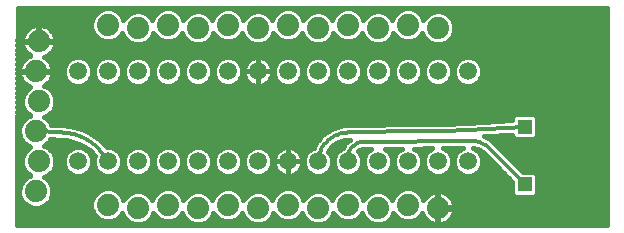
<source format=gbl>
G75*
G70*
%OFA0B0*%
%FSLAX24Y24*%
%IPPOS*%
%LPD*%
%AMOC8*
5,1,8,0,0,1.08239X$1,22.5*
%
%ADD10C,0.0591*%
%ADD11R,0.0476X0.0476*%
%ADD12C,0.0740*%
%ADD13C,0.0120*%
%ADD14C,0.0160*%
%ADD15C,0.0396*%
D10*
X004387Y005485D03*
X005387Y005485D03*
X006387Y005485D03*
X007387Y005485D03*
X008387Y005485D03*
X009387Y005485D03*
X010387Y005485D03*
X011387Y005485D03*
X012387Y005485D03*
X013387Y005485D03*
X014387Y005485D03*
X015387Y005485D03*
X016387Y005485D03*
X017387Y005485D03*
X017387Y008485D03*
X016387Y008485D03*
X015387Y008485D03*
X014387Y008485D03*
X013387Y008485D03*
X012387Y008485D03*
X011387Y008485D03*
X010387Y008485D03*
X009387Y008485D03*
X008387Y008485D03*
X007387Y008485D03*
X006387Y008485D03*
X005387Y008485D03*
X004387Y008485D03*
D11*
X019287Y006646D03*
X019287Y004724D03*
D12*
X016387Y003935D03*
X015387Y004035D03*
X014387Y003935D03*
X013387Y004035D03*
X012387Y003935D03*
X011387Y004035D03*
X010387Y003935D03*
X009387Y004035D03*
X008387Y003935D03*
X007387Y004035D03*
X006387Y003935D03*
X005387Y004035D03*
X002987Y004485D03*
X003087Y005485D03*
X002987Y006485D03*
X003087Y007485D03*
X002987Y008485D03*
X003087Y009485D03*
X005387Y010035D03*
X006387Y009935D03*
X007387Y010035D03*
X008387Y009935D03*
X009387Y010035D03*
X010387Y009935D03*
X011387Y010035D03*
X012387Y009935D03*
X013387Y010035D03*
X014387Y009935D03*
X015387Y010035D03*
X016387Y009935D03*
D13*
X017345Y006531D02*
X019287Y006646D01*
X018132Y005901D02*
X019287Y004724D01*
X018132Y005901D02*
X018088Y005943D01*
X018042Y005981D01*
X017993Y006017D01*
X017942Y006049D01*
X017889Y006078D01*
X017835Y006104D01*
X017779Y006126D01*
X017721Y006144D01*
X017663Y006158D01*
X017603Y006169D01*
X017543Y006175D01*
X017483Y006178D01*
X017423Y006177D01*
X013919Y006138D01*
X013408Y006453D02*
X015888Y006492D01*
X013920Y006137D02*
X013874Y006135D01*
X013829Y006128D01*
X013784Y006118D01*
X013741Y006105D01*
X013698Y006088D01*
X013658Y006067D01*
X013619Y006043D01*
X013582Y006016D01*
X013548Y005986D01*
X013516Y005953D01*
X013487Y005917D01*
X013461Y005880D01*
X013439Y005840D01*
X013420Y005798D01*
X013404Y005756D01*
X013392Y005712D01*
X013384Y005667D01*
X013379Y005621D01*
X013378Y005576D01*
X013381Y005530D01*
X013388Y005485D01*
X013408Y006452D02*
X013346Y006449D01*
X013284Y006443D01*
X013224Y006432D01*
X013163Y006419D01*
X013104Y006402D01*
X013046Y006381D01*
X012989Y006357D01*
X012934Y006329D01*
X012880Y006298D01*
X012829Y006264D01*
X012779Y006228D01*
X012732Y006188D01*
X012687Y006145D01*
X012645Y006100D01*
X012605Y006053D01*
X012569Y006003D01*
X012535Y005951D01*
X012505Y005897D01*
X012478Y005842D01*
X012454Y005785D01*
X012433Y005727D01*
X012417Y005667D01*
X012403Y005607D01*
X012394Y005546D01*
X012387Y005485D01*
X003841Y006453D02*
X002987Y006485D01*
X003841Y006453D02*
X003928Y006447D01*
X004014Y006438D01*
X004100Y006424D01*
X004185Y006407D01*
X004269Y006385D01*
X004352Y006360D01*
X004433Y006330D01*
X004514Y006297D01*
X004592Y006260D01*
X004669Y006219D01*
X004743Y006175D01*
X004816Y006127D01*
X004886Y006076D01*
X004953Y006022D01*
X005018Y005964D01*
X005081Y005904D01*
X005140Y005840D01*
X005196Y005774D01*
X005249Y005705D01*
X005298Y005634D01*
X005345Y005561D01*
X005387Y005485D01*
X015888Y006491D02*
X016616Y006499D01*
X017344Y006531D01*
D14*
X002367Y003365D02*
X002377Y010605D01*
X022009Y010605D01*
X022009Y003365D01*
X002367Y003365D01*
X002367Y003502D02*
X005236Y003502D01*
X005278Y003485D02*
X005496Y003485D01*
X005699Y003569D01*
X005853Y003723D01*
X005866Y003755D01*
X005921Y003623D01*
X006076Y003469D01*
X006278Y003385D01*
X006496Y003385D01*
X006699Y003469D01*
X006853Y003623D01*
X006908Y003755D01*
X006921Y003723D01*
X007076Y003569D01*
X007278Y003485D01*
X007496Y003485D01*
X007699Y003569D01*
X007853Y003723D01*
X007866Y003755D01*
X007921Y003623D01*
X008076Y003469D01*
X008278Y003385D01*
X008496Y003385D01*
X008699Y003469D01*
X008853Y003623D01*
X008908Y003755D01*
X008921Y003723D01*
X009076Y003569D01*
X009278Y003485D01*
X009496Y003485D01*
X009699Y003569D01*
X009853Y003723D01*
X009866Y003755D01*
X009921Y003623D01*
X010076Y003469D01*
X010278Y003385D01*
X010496Y003385D01*
X010699Y003469D01*
X010853Y003623D01*
X010908Y003755D01*
X010921Y003723D01*
X011076Y003569D01*
X011278Y003485D01*
X011496Y003485D01*
X011699Y003569D01*
X011853Y003723D01*
X011866Y003755D01*
X011921Y003623D01*
X012076Y003469D01*
X012278Y003385D01*
X012496Y003385D01*
X012699Y003469D01*
X012853Y003623D01*
X012908Y003755D01*
X012921Y003723D01*
X013076Y003569D01*
X013278Y003485D01*
X013496Y003485D01*
X013699Y003569D01*
X013853Y003723D01*
X013866Y003755D01*
X013921Y003623D01*
X014076Y003469D01*
X014278Y003385D01*
X014496Y003385D01*
X014699Y003469D01*
X014853Y003623D01*
X014908Y003755D01*
X014921Y003723D01*
X015076Y003569D01*
X015278Y003485D01*
X015496Y003485D01*
X015699Y003569D01*
X015853Y003723D01*
X015866Y003755D01*
X015921Y003623D01*
X016076Y003469D01*
X016278Y003385D01*
X016367Y003385D01*
X016367Y003915D01*
X016407Y003915D01*
X016407Y003955D01*
X016367Y003955D01*
X016367Y004485D01*
X016278Y004485D01*
X016076Y004401D01*
X015921Y004246D01*
X015908Y004215D01*
X015853Y004346D01*
X015699Y004501D01*
X015496Y004585D01*
X015278Y004585D01*
X015076Y004501D01*
X014921Y004346D01*
X014866Y004215D01*
X014853Y004246D01*
X014699Y004401D01*
X014496Y004485D01*
X014278Y004485D01*
X014076Y004401D01*
X013921Y004246D01*
X013908Y004215D01*
X013853Y004346D01*
X013699Y004501D01*
X013496Y004585D01*
X013278Y004585D01*
X013076Y004501D01*
X012921Y004346D01*
X012866Y004215D01*
X012853Y004246D01*
X012699Y004401D01*
X012496Y004485D01*
X012278Y004485D01*
X012076Y004401D01*
X011921Y004246D01*
X011908Y004215D01*
X011853Y004346D01*
X011699Y004501D01*
X011496Y004585D01*
X011278Y004585D01*
X011076Y004501D01*
X010921Y004346D01*
X010866Y004215D01*
X010853Y004246D01*
X010699Y004401D01*
X010496Y004485D01*
X010278Y004485D01*
X010076Y004401D01*
X009921Y004246D01*
X009908Y004215D01*
X009853Y004346D01*
X009699Y004501D01*
X009496Y004585D01*
X009278Y004585D01*
X009076Y004501D01*
X008921Y004346D01*
X008866Y004215D01*
X008853Y004246D01*
X008699Y004401D01*
X008496Y004485D01*
X008278Y004485D01*
X008076Y004401D01*
X007921Y004246D01*
X007908Y004215D01*
X007853Y004346D01*
X007699Y004501D01*
X007496Y004585D01*
X007278Y004585D01*
X007076Y004501D01*
X006921Y004346D01*
X006866Y004215D01*
X006853Y004246D01*
X006699Y004401D01*
X006496Y004485D01*
X006278Y004485D01*
X006076Y004401D01*
X005921Y004246D01*
X005908Y004215D01*
X005853Y004346D01*
X005699Y004501D01*
X005496Y004585D01*
X005278Y004585D01*
X005076Y004501D01*
X004921Y004346D01*
X004837Y004144D01*
X004837Y003925D01*
X004921Y003723D01*
X005076Y003569D01*
X005278Y003485D01*
X005538Y003502D02*
X006042Y003502D01*
X005905Y003661D02*
X005791Y003661D01*
X004984Y003661D02*
X002368Y003661D01*
X002368Y003819D02*
X004881Y003819D01*
X004837Y003978D02*
X003200Y003978D01*
X003299Y004019D02*
X003096Y003935D01*
X002878Y003935D01*
X002676Y004019D01*
X002521Y004173D01*
X002437Y004375D01*
X002437Y004594D01*
X002521Y004796D01*
X002676Y004951D01*
X002807Y005006D01*
X002776Y005019D01*
X002621Y005173D01*
X002537Y005375D01*
X002537Y005594D01*
X002621Y005796D01*
X002776Y005951D01*
X002807Y005964D01*
X002676Y006019D01*
X002521Y006173D01*
X002437Y006375D01*
X002437Y006594D01*
X002521Y006796D01*
X002676Y006951D01*
X002807Y007006D01*
X002776Y007019D01*
X002621Y007173D01*
X002537Y007375D01*
X002537Y007594D01*
X002621Y007796D01*
X002776Y007951D01*
X002807Y007964D01*
X002676Y008019D01*
X002521Y008173D01*
X002437Y008375D01*
X002437Y008465D01*
X002967Y008465D01*
X002967Y008505D01*
X002437Y008505D01*
X002437Y008594D01*
X002521Y008796D01*
X002676Y008951D01*
X002807Y009006D01*
X002776Y009019D01*
X002621Y009173D01*
X002537Y009375D01*
X002537Y009465D01*
X003067Y009465D01*
X003067Y009505D01*
X003067Y010035D01*
X002978Y010035D01*
X002776Y009951D01*
X002621Y009796D01*
X002537Y009594D01*
X002537Y009505D01*
X003067Y009505D01*
X003107Y009505D01*
X003107Y010035D01*
X003196Y010035D01*
X003399Y009951D01*
X003553Y009796D01*
X003637Y009594D01*
X003637Y009505D01*
X003107Y009505D01*
X003107Y009465D01*
X003637Y009465D01*
X003637Y009375D01*
X003553Y009173D01*
X003399Y009019D01*
X003267Y008964D01*
X003299Y008951D01*
X003453Y008796D01*
X003537Y008594D01*
X003537Y008505D01*
X003007Y008505D01*
X003007Y008465D01*
X003537Y008465D01*
X003537Y008375D01*
X003453Y008173D01*
X003299Y008019D01*
X003267Y008006D01*
X003399Y007951D01*
X003553Y007796D01*
X003637Y007594D01*
X003637Y007375D01*
X003553Y007173D01*
X003399Y007019D01*
X003267Y006964D01*
X003299Y006951D01*
X003453Y006796D01*
X003491Y006706D01*
X003835Y006693D01*
X003850Y006692D01*
X004121Y006682D01*
X004121Y006682D01*
X004640Y006522D01*
X004640Y006522D01*
X005100Y006234D01*
X005100Y006234D01*
X005100Y006234D01*
X005356Y005960D01*
X005482Y005960D01*
X005656Y005888D01*
X005790Y005754D01*
X005862Y005579D01*
X005862Y005390D01*
X005790Y005216D01*
X005656Y005082D01*
X005482Y005010D01*
X005293Y005010D01*
X005118Y005082D01*
X004984Y005216D01*
X004912Y005390D01*
X004912Y005579D01*
X004950Y005672D01*
X004784Y005850D01*
X004433Y006070D01*
X004038Y006191D01*
X003832Y006213D01*
X003784Y006215D01*
X003784Y006215D01*
X003475Y006226D01*
X003453Y006173D01*
X003299Y006019D01*
X003267Y006006D01*
X003399Y005951D01*
X003553Y005796D01*
X003637Y005594D01*
X003637Y005375D01*
X003553Y005173D01*
X003399Y005019D01*
X003267Y004964D01*
X003299Y004951D01*
X003453Y004796D01*
X003537Y004594D01*
X003537Y004375D01*
X003453Y004173D01*
X003299Y004019D01*
X003416Y004136D02*
X004837Y004136D01*
X004899Y004295D02*
X003504Y004295D01*
X003537Y004453D02*
X005028Y004453D01*
X005746Y004453D02*
X006201Y004453D01*
X005969Y004295D02*
X005875Y004295D01*
X006573Y004453D02*
X007028Y004453D01*
X006899Y004295D02*
X006805Y004295D01*
X007746Y004453D02*
X008201Y004453D01*
X007969Y004295D02*
X007875Y004295D01*
X008573Y004453D02*
X009028Y004453D01*
X008899Y004295D02*
X008805Y004295D01*
X008869Y003661D02*
X008984Y003661D01*
X008732Y003502D02*
X009236Y003502D01*
X009538Y003502D02*
X010042Y003502D01*
X009905Y003661D02*
X009791Y003661D01*
X010732Y003502D02*
X011236Y003502D01*
X010984Y003661D02*
X010869Y003661D01*
X011538Y003502D02*
X012042Y003502D01*
X011905Y003661D02*
X011791Y003661D01*
X011875Y004295D02*
X011969Y004295D01*
X011746Y004453D02*
X012201Y004453D01*
X012573Y004453D02*
X013028Y004453D01*
X012899Y004295D02*
X012805Y004295D01*
X012869Y003661D02*
X012984Y003661D01*
X012732Y003502D02*
X013236Y003502D01*
X013538Y003502D02*
X014042Y003502D01*
X013905Y003661D02*
X013791Y003661D01*
X014732Y003502D02*
X015236Y003502D01*
X014984Y003661D02*
X014869Y003661D01*
X015538Y003502D02*
X016042Y003502D01*
X015905Y003661D02*
X015791Y003661D01*
X016367Y003661D02*
X016407Y003661D01*
X016407Y003819D02*
X016367Y003819D01*
X016407Y003915D02*
X016407Y003385D01*
X016496Y003385D01*
X016699Y003469D01*
X016853Y003623D01*
X016937Y003825D01*
X016937Y003915D01*
X016407Y003915D01*
X016407Y003955D02*
X016937Y003955D01*
X016937Y004044D01*
X016853Y004246D01*
X016699Y004401D01*
X016496Y004485D01*
X016407Y004485D01*
X016407Y003955D01*
X016407Y003978D02*
X016367Y003978D01*
X016367Y004136D02*
X016407Y004136D01*
X016407Y004295D02*
X016367Y004295D01*
X016367Y004453D02*
X016407Y004453D01*
X016573Y004453D02*
X018869Y004453D01*
X018869Y004412D02*
X018975Y004306D01*
X019599Y004306D01*
X019705Y004412D01*
X019705Y005037D01*
X019599Y005142D01*
X019213Y005142D01*
X018337Y006035D01*
X018337Y006035D01*
X018303Y006069D01*
X018288Y006085D01*
X018270Y006104D01*
X018187Y006188D01*
X017941Y006326D01*
X018869Y006381D01*
X018869Y006333D01*
X018975Y006228D01*
X019599Y006228D01*
X019705Y006333D01*
X019705Y006958D01*
X019599Y007063D01*
X018975Y007063D01*
X018869Y006958D01*
X018869Y006861D01*
X017378Y006774D01*
X017330Y006771D01*
X016610Y006740D01*
X015932Y006732D01*
X015932Y006733D01*
X015887Y006732D01*
X015841Y006732D01*
X015839Y006731D01*
X013452Y006693D01*
X013451Y006693D01*
X013404Y006693D01*
X013212Y006690D01*
X012848Y006572D01*
X012848Y006571D01*
X012534Y006352D01*
X012534Y006352D01*
X012298Y006050D01*
X012258Y005946D01*
X012118Y005888D01*
X011984Y005754D01*
X011912Y005579D01*
X011912Y005390D01*
X011984Y005216D01*
X012118Y005082D01*
X012293Y005010D01*
X012482Y005010D01*
X012656Y005082D01*
X012790Y005216D01*
X012862Y005390D01*
X012862Y005579D01*
X012790Y005754D01*
X012732Y005812D01*
X012874Y005993D01*
X013068Y006129D01*
X013293Y006202D01*
X013411Y006213D01*
X013421Y006213D01*
X013442Y006213D01*
X013305Y006095D01*
X013211Y005926D01*
X013118Y005888D01*
X012984Y005754D01*
X012912Y005579D01*
X012912Y005390D01*
X012984Y005216D01*
X013118Y005082D01*
X013293Y005010D01*
X013482Y005010D01*
X013656Y005082D01*
X013790Y005216D01*
X013862Y005390D01*
X013862Y005579D01*
X013790Y005754D01*
X013726Y005818D01*
X013768Y005854D01*
X013868Y005892D01*
X013922Y005898D01*
X013952Y005898D01*
X013970Y005898D01*
X014148Y005900D01*
X014118Y005888D01*
X013984Y005754D01*
X013912Y005579D01*
X013912Y005390D01*
X013984Y005216D01*
X014118Y005082D01*
X014293Y005010D01*
X014482Y005010D01*
X014656Y005082D01*
X014790Y005216D01*
X014862Y005390D01*
X014862Y005579D01*
X014790Y005754D01*
X014656Y005888D01*
X014614Y005905D01*
X015176Y005912D01*
X015118Y005888D01*
X014984Y005754D01*
X014912Y005579D01*
X014912Y005390D01*
X014984Y005216D01*
X015118Y005082D01*
X015293Y005010D01*
X015482Y005010D01*
X015656Y005082D01*
X015790Y005216D01*
X015862Y005390D01*
X015862Y005579D01*
X015790Y005754D01*
X015656Y005888D01*
X015587Y005916D01*
X016204Y005923D01*
X016118Y005888D01*
X015984Y005754D01*
X015912Y005579D01*
X015912Y005390D01*
X015984Y005216D01*
X016118Y005082D01*
X016293Y005010D01*
X016482Y005010D01*
X016656Y005082D01*
X016790Y005216D01*
X016862Y005390D01*
X016862Y005579D01*
X016790Y005754D01*
X016656Y005888D01*
X016561Y005927D01*
X017232Y005935D01*
X017118Y005888D01*
X016984Y005754D01*
X016912Y005579D01*
X016912Y005390D01*
X016984Y005216D01*
X017118Y005082D01*
X017293Y005010D01*
X017482Y005010D01*
X017656Y005082D01*
X017790Y005216D01*
X017862Y005390D01*
X017862Y005579D01*
X017790Y005754D01*
X017656Y005888D01*
X017551Y005931D01*
X017720Y005892D01*
X017888Y005797D01*
X017961Y005733D01*
X017983Y005710D01*
X018869Y004807D01*
X018869Y004412D01*
X018869Y004612D02*
X003530Y004612D01*
X003464Y004770D02*
X018869Y004770D01*
X018750Y004929D02*
X003321Y004929D01*
X003467Y005087D02*
X004112Y005087D01*
X004118Y005082D02*
X004293Y005010D01*
X004482Y005010D01*
X004656Y005082D01*
X004790Y005216D01*
X004862Y005390D01*
X004862Y005579D01*
X004790Y005754D01*
X004656Y005888D01*
X004482Y005960D01*
X004293Y005960D01*
X004118Y005888D01*
X003984Y005754D01*
X003912Y005579D01*
X003912Y005390D01*
X003984Y005216D01*
X004118Y005082D01*
X003972Y005246D02*
X003583Y005246D01*
X003637Y005404D02*
X003912Y005404D01*
X003912Y005563D02*
X003637Y005563D01*
X003584Y005722D02*
X003971Y005722D01*
X004110Y005880D02*
X003470Y005880D01*
X003319Y006039D02*
X004483Y006039D01*
X004664Y005880D02*
X004736Y005880D01*
X004803Y005722D02*
X004904Y005722D01*
X004912Y005563D02*
X004862Y005563D01*
X004862Y005404D02*
X004912Y005404D01*
X004972Y005246D02*
X004802Y005246D01*
X004662Y005087D02*
X005112Y005087D01*
X005662Y005087D02*
X006112Y005087D01*
X006118Y005082D02*
X006293Y005010D01*
X006482Y005010D01*
X006656Y005082D01*
X006790Y005216D01*
X006862Y005390D01*
X006862Y005579D01*
X006790Y005754D01*
X006656Y005888D01*
X006482Y005960D01*
X006293Y005960D01*
X006118Y005888D01*
X005984Y005754D01*
X005912Y005579D01*
X005912Y005390D01*
X005984Y005216D01*
X006118Y005082D01*
X005972Y005246D02*
X005802Y005246D01*
X005862Y005404D02*
X005912Y005404D01*
X005912Y005563D02*
X005862Y005563D01*
X005803Y005722D02*
X005971Y005722D01*
X006110Y005880D02*
X005664Y005880D01*
X005283Y006039D02*
X012294Y006039D01*
X012298Y006050D02*
X012298Y006050D01*
X012413Y006197D02*
X005135Y006197D01*
X004906Y006356D02*
X012539Y006356D01*
X012766Y006514D02*
X004653Y006514D01*
X004151Y006673D02*
X013161Y006673D01*
X013212Y006690D02*
X013212Y006690D01*
X013278Y006197D02*
X013423Y006197D01*
X013305Y006095D02*
X013305Y006095D01*
X013305Y006095D01*
X013274Y006039D02*
X012939Y006039D01*
X012785Y005880D02*
X013110Y005880D01*
X012971Y005722D02*
X012803Y005722D01*
X012862Y005563D02*
X012912Y005563D01*
X012912Y005404D02*
X012862Y005404D01*
X012802Y005246D02*
X012972Y005246D01*
X013112Y005087D02*
X012662Y005087D01*
X012112Y005087D02*
X011662Y005087D01*
X011656Y005082D02*
X011790Y005216D01*
X011862Y005390D01*
X011862Y005485D01*
X011862Y005579D01*
X011790Y005754D01*
X011656Y005888D01*
X011482Y005960D01*
X011387Y005960D01*
X011293Y005960D01*
X011118Y005888D01*
X010984Y005754D01*
X010912Y005579D01*
X010912Y005485D01*
X011387Y005485D01*
X011387Y005960D01*
X011387Y005485D01*
X011387Y005485D01*
X011387Y005485D01*
X010912Y005485D01*
X010912Y005390D01*
X010984Y005216D01*
X011118Y005082D01*
X011293Y005010D01*
X011387Y005010D01*
X011387Y005484D01*
X011387Y005484D01*
X011387Y005010D01*
X011482Y005010D01*
X011656Y005082D01*
X011802Y005246D02*
X011972Y005246D01*
X011912Y005404D02*
X011862Y005404D01*
X011862Y005485D02*
X011387Y005485D01*
X011862Y005485D01*
X011862Y005563D02*
X011912Y005563D01*
X011971Y005722D02*
X011803Y005722D01*
X011664Y005880D02*
X012110Y005880D01*
X011387Y005880D02*
X011387Y005880D01*
X011387Y005722D02*
X011387Y005722D01*
X011387Y005563D02*
X011387Y005563D01*
X011387Y005485D02*
X011387Y005485D01*
X011387Y005404D02*
X011387Y005404D01*
X011387Y005246D02*
X011387Y005246D01*
X011387Y005087D02*
X011387Y005087D01*
X011112Y005087D02*
X010662Y005087D01*
X010656Y005082D02*
X010790Y005216D01*
X010862Y005390D01*
X010862Y005579D01*
X010790Y005754D01*
X010656Y005888D01*
X010482Y005960D01*
X010293Y005960D01*
X010118Y005888D01*
X009984Y005754D01*
X009912Y005579D01*
X009912Y005390D01*
X009984Y005216D01*
X010118Y005082D01*
X010293Y005010D01*
X010482Y005010D01*
X010656Y005082D01*
X010802Y005246D02*
X010972Y005246D01*
X010912Y005404D02*
X010862Y005404D01*
X010862Y005563D02*
X010912Y005563D01*
X010971Y005722D02*
X010803Y005722D01*
X010664Y005880D02*
X011110Y005880D01*
X010110Y005880D02*
X009664Y005880D01*
X009656Y005888D02*
X009482Y005960D01*
X009293Y005960D01*
X009118Y005888D01*
X008984Y005754D01*
X008912Y005579D01*
X008912Y005390D01*
X008984Y005216D01*
X009118Y005082D01*
X009293Y005010D01*
X009482Y005010D01*
X009656Y005082D01*
X009790Y005216D01*
X009862Y005390D01*
X009862Y005579D01*
X009790Y005754D01*
X009656Y005888D01*
X009803Y005722D02*
X009971Y005722D01*
X009912Y005563D02*
X009862Y005563D01*
X009862Y005404D02*
X009912Y005404D01*
X009972Y005246D02*
X009802Y005246D01*
X009662Y005087D02*
X010112Y005087D01*
X010201Y004453D02*
X009746Y004453D01*
X009875Y004295D02*
X009969Y004295D01*
X010573Y004453D02*
X011028Y004453D01*
X010899Y004295D02*
X010805Y004295D01*
X009112Y005087D02*
X008662Y005087D01*
X008656Y005082D02*
X008790Y005216D01*
X008862Y005390D01*
X008862Y005579D01*
X008790Y005754D01*
X008656Y005888D01*
X008482Y005960D01*
X008293Y005960D01*
X008118Y005888D01*
X007984Y005754D01*
X007912Y005579D01*
X007912Y005390D01*
X007984Y005216D01*
X008118Y005082D01*
X008293Y005010D01*
X008482Y005010D01*
X008656Y005082D01*
X008802Y005246D02*
X008972Y005246D01*
X008912Y005404D02*
X008862Y005404D01*
X008862Y005563D02*
X008912Y005563D01*
X008971Y005722D02*
X008803Y005722D01*
X008664Y005880D02*
X009110Y005880D01*
X008110Y005880D02*
X007664Y005880D01*
X007656Y005888D02*
X007482Y005960D01*
X007293Y005960D01*
X007118Y005888D01*
X006984Y005754D01*
X006912Y005579D01*
X006912Y005390D01*
X006984Y005216D01*
X007118Y005082D01*
X007293Y005010D01*
X007482Y005010D01*
X007656Y005082D01*
X007790Y005216D01*
X007862Y005390D01*
X007862Y005579D01*
X007790Y005754D01*
X007656Y005888D01*
X007803Y005722D02*
X007971Y005722D01*
X007912Y005563D02*
X007862Y005563D01*
X007862Y005404D02*
X007912Y005404D01*
X007972Y005246D02*
X007802Y005246D01*
X007662Y005087D02*
X008112Y005087D01*
X007112Y005087D02*
X006662Y005087D01*
X006802Y005246D02*
X006972Y005246D01*
X006912Y005404D02*
X006862Y005404D01*
X006862Y005563D02*
X006912Y005563D01*
X006971Y005722D02*
X006803Y005722D01*
X006664Y005880D02*
X007110Y005880D01*
X003982Y006197D02*
X003463Y006197D01*
X002705Y005880D02*
X002371Y005880D01*
X002370Y005722D02*
X002590Y005722D01*
X002537Y005563D02*
X002370Y005563D01*
X002370Y005404D02*
X002537Y005404D01*
X002591Y005246D02*
X002370Y005246D01*
X002370Y005087D02*
X002707Y005087D01*
X002653Y004929D02*
X002369Y004929D01*
X002369Y004770D02*
X002510Y004770D01*
X002444Y004612D02*
X002369Y004612D01*
X002369Y004453D02*
X002437Y004453D01*
X002471Y004295D02*
X002368Y004295D01*
X002368Y004136D02*
X002558Y004136D01*
X002368Y003978D02*
X002775Y003978D01*
X002655Y006039D02*
X002371Y006039D01*
X002371Y006197D02*
X002511Y006197D01*
X002445Y006356D02*
X002371Y006356D01*
X002371Y006514D02*
X002437Y006514D01*
X002470Y006673D02*
X002372Y006673D01*
X002372Y006831D02*
X002556Y006831D01*
X002372Y006990D02*
X002769Y006990D01*
X002646Y007148D02*
X002372Y007148D01*
X002372Y007307D02*
X002565Y007307D01*
X002537Y007466D02*
X002373Y007466D01*
X002373Y007624D02*
X002549Y007624D01*
X002615Y007783D02*
X002373Y007783D01*
X002373Y007941D02*
X002766Y007941D01*
X002594Y008100D02*
X002373Y008100D01*
X002374Y008258D02*
X002486Y008258D01*
X002437Y008417D02*
X002374Y008417D01*
X002374Y008575D02*
X002437Y008575D01*
X002495Y008734D02*
X002374Y008734D01*
X002374Y008892D02*
X002617Y008892D01*
X002743Y009051D02*
X002375Y009051D01*
X002375Y009210D02*
X002606Y009210D01*
X002540Y009368D02*
X002375Y009368D01*
X002375Y009527D02*
X002537Y009527D01*
X002575Y009685D02*
X002376Y009685D01*
X002376Y009844D02*
X002668Y009844D01*
X002899Y010002D02*
X002376Y010002D01*
X002376Y010161D02*
X004844Y010161D01*
X004837Y010144D02*
X004837Y009925D01*
X004921Y009723D01*
X005076Y009569D01*
X005278Y009485D01*
X005496Y009485D01*
X005699Y009569D01*
X005853Y009723D01*
X005866Y009755D01*
X005921Y009623D01*
X006076Y009469D01*
X006278Y009385D01*
X006496Y009385D01*
X006699Y009469D01*
X006853Y009623D01*
X006908Y009755D01*
X006921Y009723D01*
X007076Y009569D01*
X007278Y009485D01*
X007496Y009485D01*
X007699Y009569D01*
X007853Y009723D01*
X007866Y009755D01*
X007921Y009623D01*
X008076Y009469D01*
X008278Y009385D01*
X008496Y009385D01*
X008699Y009469D01*
X008853Y009623D01*
X008908Y009755D01*
X008921Y009723D01*
X009076Y009569D01*
X009278Y009485D01*
X009496Y009485D01*
X009699Y009569D01*
X009853Y009723D01*
X009866Y009755D01*
X009921Y009623D01*
X010076Y009469D01*
X010278Y009385D01*
X010496Y009385D01*
X010699Y009469D01*
X010853Y009623D01*
X010908Y009755D01*
X010921Y009723D01*
X011076Y009569D01*
X011278Y009485D01*
X011496Y009485D01*
X011699Y009569D01*
X011853Y009723D01*
X011866Y009755D01*
X011921Y009623D01*
X012076Y009469D01*
X012278Y009385D01*
X012496Y009385D01*
X012699Y009469D01*
X012853Y009623D01*
X012908Y009755D01*
X012921Y009723D01*
X013076Y009569D01*
X013278Y009485D01*
X013496Y009485D01*
X013699Y009569D01*
X013853Y009723D01*
X013866Y009755D01*
X013921Y009623D01*
X014076Y009469D01*
X014278Y009385D01*
X014496Y009385D01*
X014699Y009469D01*
X014853Y009623D01*
X014908Y009755D01*
X014921Y009723D01*
X015076Y009569D01*
X015278Y009485D01*
X015496Y009485D01*
X015699Y009569D01*
X015853Y009723D01*
X015866Y009755D01*
X015921Y009623D01*
X016076Y009469D01*
X016278Y009385D01*
X016496Y009385D01*
X016699Y009469D01*
X016853Y009623D01*
X016937Y009825D01*
X016937Y010044D01*
X016853Y010246D01*
X016699Y010401D01*
X016496Y010485D01*
X016278Y010485D01*
X016076Y010401D01*
X015921Y010246D01*
X015908Y010215D01*
X015853Y010346D01*
X015699Y010501D01*
X015496Y010585D01*
X015278Y010585D01*
X015076Y010501D01*
X014921Y010346D01*
X014866Y010215D01*
X014853Y010246D01*
X014699Y010401D01*
X014496Y010485D01*
X014278Y010485D01*
X014076Y010401D01*
X013921Y010246D01*
X013908Y010215D01*
X013853Y010346D01*
X013699Y010501D01*
X013496Y010585D01*
X013278Y010585D01*
X013076Y010501D01*
X012921Y010346D01*
X012866Y010215D01*
X012853Y010246D01*
X012699Y010401D01*
X012496Y010485D01*
X012278Y010485D01*
X012076Y010401D01*
X011921Y010246D01*
X011908Y010215D01*
X011853Y010346D01*
X011699Y010501D01*
X011496Y010585D01*
X011278Y010585D01*
X011076Y010501D01*
X010921Y010346D01*
X010866Y010215D01*
X010853Y010246D01*
X010699Y010401D01*
X010496Y010485D01*
X010278Y010485D01*
X010076Y010401D01*
X009921Y010246D01*
X009908Y010215D01*
X009853Y010346D01*
X009699Y010501D01*
X009496Y010585D01*
X009278Y010585D01*
X009076Y010501D01*
X008921Y010346D01*
X008866Y010215D01*
X008853Y010246D01*
X008699Y010401D01*
X008496Y010485D01*
X008278Y010485D01*
X008076Y010401D01*
X007921Y010246D01*
X007908Y010215D01*
X007853Y010346D01*
X007699Y010501D01*
X007496Y010585D01*
X007278Y010585D01*
X007076Y010501D01*
X006921Y010346D01*
X006866Y010215D01*
X006853Y010246D01*
X006699Y010401D01*
X006496Y010485D01*
X006278Y010485D01*
X006076Y010401D01*
X005921Y010246D01*
X005908Y010215D01*
X005853Y010346D01*
X005699Y010501D01*
X005496Y010585D01*
X005278Y010585D01*
X005076Y010501D01*
X004921Y010346D01*
X004837Y010144D01*
X004837Y010002D02*
X003275Y010002D01*
X003107Y010002D02*
X003067Y010002D01*
X003067Y009844D02*
X003107Y009844D01*
X003107Y009685D02*
X003067Y009685D01*
X003067Y009527D02*
X003107Y009527D01*
X003506Y009844D02*
X004871Y009844D01*
X004959Y009685D02*
X003599Y009685D01*
X003637Y009527D02*
X005177Y009527D01*
X005597Y009527D02*
X006018Y009527D01*
X005895Y009685D02*
X005815Y009685D01*
X005865Y010319D02*
X005994Y010319D01*
X006261Y010478D02*
X005722Y010478D01*
X005052Y010478D02*
X002377Y010478D01*
X002376Y010319D02*
X004910Y010319D01*
X003634Y009368D02*
X022009Y009368D01*
X022009Y009210D02*
X003568Y009210D01*
X003431Y009051D02*
X022009Y009051D01*
X022009Y008892D02*
X017645Y008892D01*
X017656Y008888D02*
X017482Y008960D01*
X017293Y008960D01*
X017118Y008888D01*
X016984Y008754D01*
X016912Y008579D01*
X016912Y008390D01*
X016984Y008216D01*
X017118Y008082D01*
X017293Y008010D01*
X017482Y008010D01*
X017656Y008082D01*
X017790Y008216D01*
X017862Y008390D01*
X017862Y008579D01*
X017790Y008754D01*
X017656Y008888D01*
X017798Y008734D02*
X022009Y008734D01*
X022009Y008575D02*
X017862Y008575D01*
X017862Y008417D02*
X022009Y008417D01*
X022009Y008258D02*
X017808Y008258D01*
X017674Y008100D02*
X022009Y008100D01*
X022009Y007941D02*
X003409Y007941D01*
X003380Y008100D02*
X004100Y008100D01*
X004118Y008082D02*
X004293Y008010D01*
X004482Y008010D01*
X004656Y008082D01*
X004790Y008216D01*
X004862Y008390D01*
X004862Y008579D01*
X004790Y008754D01*
X004656Y008888D01*
X004482Y008960D01*
X004293Y008960D01*
X004118Y008888D01*
X003984Y008754D01*
X003912Y008579D01*
X003912Y008390D01*
X003984Y008216D01*
X004118Y008082D01*
X003966Y008258D02*
X003489Y008258D01*
X003537Y008417D02*
X003912Y008417D01*
X003912Y008575D02*
X003537Y008575D01*
X003479Y008734D02*
X003976Y008734D01*
X004129Y008892D02*
X003357Y008892D01*
X004645Y008892D02*
X005129Y008892D01*
X005118Y008888D02*
X004984Y008754D01*
X004912Y008579D01*
X004912Y008390D01*
X004984Y008216D01*
X005118Y008082D01*
X005293Y008010D01*
X005482Y008010D01*
X005656Y008082D01*
X005790Y008216D01*
X005862Y008390D01*
X005862Y008579D01*
X005790Y008754D01*
X005656Y008888D01*
X005482Y008960D01*
X005293Y008960D01*
X005118Y008888D01*
X004976Y008734D02*
X004798Y008734D01*
X004862Y008575D02*
X004912Y008575D01*
X004912Y008417D02*
X004862Y008417D01*
X004808Y008258D02*
X004966Y008258D01*
X005100Y008100D02*
X004674Y008100D01*
X005674Y008100D02*
X006100Y008100D01*
X006118Y008082D02*
X005984Y008216D01*
X005912Y008390D01*
X005912Y008579D01*
X005984Y008754D01*
X006118Y008888D01*
X006293Y008960D01*
X006482Y008960D01*
X006656Y008888D01*
X006790Y008754D01*
X006862Y008579D01*
X006862Y008390D01*
X006790Y008216D01*
X006656Y008082D01*
X006482Y008010D01*
X006293Y008010D01*
X006118Y008082D01*
X005966Y008258D02*
X005808Y008258D01*
X005862Y008417D02*
X005912Y008417D01*
X005912Y008575D02*
X005862Y008575D01*
X005798Y008734D02*
X005976Y008734D01*
X006129Y008892D02*
X005645Y008892D01*
X006645Y008892D02*
X007129Y008892D01*
X007118Y008888D02*
X006984Y008754D01*
X006912Y008579D01*
X006912Y008390D01*
X006984Y008216D01*
X007118Y008082D01*
X007293Y008010D01*
X007482Y008010D01*
X007656Y008082D01*
X007790Y008216D01*
X007862Y008390D01*
X007862Y008579D01*
X007790Y008754D01*
X007656Y008888D01*
X007482Y008960D01*
X007293Y008960D01*
X007118Y008888D01*
X006976Y008734D02*
X006798Y008734D01*
X006862Y008575D02*
X006912Y008575D01*
X006912Y008417D02*
X006862Y008417D01*
X006808Y008258D02*
X006966Y008258D01*
X007100Y008100D02*
X006674Y008100D01*
X007674Y008100D02*
X008100Y008100D01*
X008118Y008082D02*
X008293Y008010D01*
X008482Y008010D01*
X008656Y008082D01*
X008790Y008216D01*
X008862Y008390D01*
X008862Y008579D01*
X008790Y008754D01*
X008656Y008888D01*
X008482Y008960D01*
X008293Y008960D01*
X008118Y008888D01*
X007984Y008754D01*
X007912Y008579D01*
X007912Y008390D01*
X007984Y008216D01*
X008118Y008082D01*
X007966Y008258D02*
X007808Y008258D01*
X007862Y008417D02*
X007912Y008417D01*
X007912Y008575D02*
X007862Y008575D01*
X007798Y008734D02*
X007976Y008734D01*
X008129Y008892D02*
X007645Y008892D01*
X007597Y009527D02*
X008018Y009527D01*
X007895Y009685D02*
X007815Y009685D01*
X007177Y009527D02*
X006757Y009527D01*
X006879Y009685D02*
X006959Y009685D01*
X006910Y010319D02*
X006780Y010319D01*
X006513Y010478D02*
X007052Y010478D01*
X007722Y010478D02*
X008261Y010478D01*
X008513Y010478D02*
X009052Y010478D01*
X008910Y010319D02*
X008780Y010319D01*
X007994Y010319D02*
X007865Y010319D01*
X008879Y009685D02*
X008959Y009685D01*
X008757Y009527D02*
X009177Y009527D01*
X009597Y009527D02*
X010018Y009527D01*
X009895Y009685D02*
X009815Y009685D01*
X009865Y010319D02*
X009994Y010319D01*
X010261Y010478D02*
X009722Y010478D01*
X010513Y010478D02*
X011052Y010478D01*
X010910Y010319D02*
X010780Y010319D01*
X011722Y010478D02*
X012261Y010478D01*
X012513Y010478D02*
X013052Y010478D01*
X012910Y010319D02*
X012780Y010319D01*
X011994Y010319D02*
X011865Y010319D01*
X011895Y009685D02*
X011815Y009685D01*
X012018Y009527D02*
X011597Y009527D01*
X011177Y009527D02*
X010757Y009527D01*
X010879Y009685D02*
X010959Y009685D01*
X011293Y008960D02*
X011118Y008888D01*
X010984Y008754D01*
X010912Y008579D01*
X010912Y008390D01*
X010984Y008216D01*
X011118Y008082D01*
X011293Y008010D01*
X011482Y008010D01*
X011656Y008082D01*
X011790Y008216D01*
X011862Y008390D01*
X011862Y008579D01*
X011790Y008754D01*
X011656Y008888D01*
X011482Y008960D01*
X011293Y008960D01*
X011129Y008892D02*
X010645Y008892D01*
X010656Y008888D02*
X010482Y008960D01*
X010387Y008960D01*
X010293Y008960D01*
X010118Y008888D01*
X009984Y008754D01*
X009912Y008579D01*
X009912Y008485D01*
X010387Y008485D01*
X010387Y008960D01*
X010387Y008485D01*
X010387Y008485D01*
X010387Y008485D01*
X009912Y008485D01*
X009912Y008390D01*
X009984Y008216D01*
X010118Y008082D01*
X010293Y008010D01*
X010387Y008010D01*
X010387Y008484D01*
X010387Y008484D01*
X010387Y008010D01*
X010482Y008010D01*
X010656Y008082D01*
X010790Y008216D01*
X010862Y008390D01*
X010862Y008485D01*
X010862Y008579D01*
X010790Y008754D01*
X010656Y008888D01*
X010798Y008734D02*
X010976Y008734D01*
X010912Y008575D02*
X010862Y008575D01*
X010862Y008485D02*
X010387Y008485D01*
X010387Y008485D01*
X010862Y008485D01*
X010862Y008417D02*
X010912Y008417D01*
X010966Y008258D02*
X010808Y008258D01*
X010674Y008100D02*
X011100Y008100D01*
X011674Y008100D02*
X012100Y008100D01*
X012118Y008082D02*
X012293Y008010D01*
X012482Y008010D01*
X012656Y008082D01*
X012790Y008216D01*
X012862Y008390D01*
X012862Y008579D01*
X012790Y008754D01*
X012656Y008888D01*
X012482Y008960D01*
X012293Y008960D01*
X012118Y008888D01*
X011984Y008754D01*
X011912Y008579D01*
X011912Y008390D01*
X011984Y008216D01*
X012118Y008082D01*
X011966Y008258D02*
X011808Y008258D01*
X011862Y008417D02*
X011912Y008417D01*
X011912Y008575D02*
X011862Y008575D01*
X011798Y008734D02*
X011976Y008734D01*
X012129Y008892D02*
X011645Y008892D01*
X012645Y008892D02*
X013129Y008892D01*
X013118Y008888D02*
X012984Y008754D01*
X012912Y008579D01*
X012912Y008390D01*
X012984Y008216D01*
X013118Y008082D01*
X013293Y008010D01*
X013482Y008010D01*
X013656Y008082D01*
X013790Y008216D01*
X013862Y008390D01*
X013862Y008579D01*
X013790Y008754D01*
X013656Y008888D01*
X013482Y008960D01*
X013293Y008960D01*
X013118Y008888D01*
X012976Y008734D02*
X012798Y008734D01*
X012862Y008575D02*
X012912Y008575D01*
X012912Y008417D02*
X012862Y008417D01*
X012808Y008258D02*
X012966Y008258D01*
X013100Y008100D02*
X012674Y008100D01*
X013674Y008100D02*
X014100Y008100D01*
X014118Y008082D02*
X013984Y008216D01*
X013912Y008390D01*
X013912Y008579D01*
X013984Y008754D01*
X014118Y008888D01*
X014293Y008960D01*
X014482Y008960D01*
X014656Y008888D01*
X014790Y008754D01*
X014862Y008579D01*
X014862Y008390D01*
X014790Y008216D01*
X014656Y008082D01*
X014482Y008010D01*
X014293Y008010D01*
X014118Y008082D01*
X013966Y008258D02*
X013808Y008258D01*
X013862Y008417D02*
X013912Y008417D01*
X013912Y008575D02*
X013862Y008575D01*
X013798Y008734D02*
X013976Y008734D01*
X014129Y008892D02*
X013645Y008892D01*
X013597Y009527D02*
X014018Y009527D01*
X013895Y009685D02*
X013815Y009685D01*
X013177Y009527D02*
X012757Y009527D01*
X012879Y009685D02*
X012959Y009685D01*
X013865Y010319D02*
X013994Y010319D01*
X014261Y010478D02*
X013722Y010478D01*
X014513Y010478D02*
X015052Y010478D01*
X014910Y010319D02*
X014780Y010319D01*
X015722Y010478D02*
X016261Y010478D01*
X016513Y010478D02*
X022009Y010478D01*
X022009Y010319D02*
X016780Y010319D01*
X016889Y010161D02*
X022009Y010161D01*
X022009Y010002D02*
X016937Y010002D01*
X016937Y009844D02*
X022009Y009844D01*
X022009Y009685D02*
X016879Y009685D01*
X016757Y009527D02*
X022009Y009527D01*
X022009Y007783D02*
X003559Y007783D01*
X003625Y007624D02*
X022009Y007624D01*
X022009Y007466D02*
X003637Y007466D01*
X003609Y007307D02*
X022009Y007307D01*
X022009Y007148D02*
X003528Y007148D01*
X003329Y006990D02*
X018901Y006990D01*
X018360Y006831D02*
X003418Y006831D01*
X006869Y003661D02*
X006984Y003661D01*
X006732Y003502D02*
X007236Y003502D01*
X007538Y003502D02*
X008042Y003502D01*
X007905Y003661D02*
X007791Y003661D01*
X013662Y005087D02*
X014112Y005087D01*
X013972Y005246D02*
X013802Y005246D01*
X013862Y005404D02*
X013912Y005404D01*
X013912Y005563D02*
X013862Y005563D01*
X013803Y005722D02*
X013971Y005722D01*
X013970Y005898D02*
X013970Y005898D01*
X013836Y005880D02*
X014110Y005880D01*
X014664Y005880D02*
X015110Y005880D01*
X014971Y005722D02*
X014803Y005722D01*
X014862Y005563D02*
X014912Y005563D01*
X014912Y005404D02*
X014862Y005404D01*
X014802Y005246D02*
X014972Y005246D01*
X015112Y005087D02*
X014662Y005087D01*
X014573Y004453D02*
X015028Y004453D01*
X014899Y004295D02*
X014805Y004295D01*
X014201Y004453D02*
X013746Y004453D01*
X013875Y004295D02*
X013969Y004295D01*
X015746Y004453D02*
X016201Y004453D01*
X015969Y004295D02*
X015875Y004295D01*
X016805Y004295D02*
X022009Y004295D01*
X022009Y004453D02*
X019705Y004453D01*
X019705Y004612D02*
X022009Y004612D01*
X022009Y004770D02*
X019705Y004770D01*
X019705Y004929D02*
X022009Y004929D01*
X022009Y005087D02*
X019654Y005087D01*
X019111Y005246D02*
X022009Y005246D01*
X022009Y005404D02*
X018956Y005404D01*
X018800Y005563D02*
X022009Y005563D01*
X022009Y005722D02*
X018645Y005722D01*
X018489Y005880D02*
X022009Y005880D01*
X022009Y006039D02*
X018334Y006039D01*
X018270Y006104D02*
X018270Y006104D01*
X018187Y006188D02*
X018187Y006188D01*
X018170Y006197D02*
X022009Y006197D01*
X022009Y006356D02*
X019705Y006356D01*
X019705Y006514D02*
X022009Y006514D01*
X022009Y006673D02*
X019705Y006673D01*
X019705Y006831D02*
X022009Y006831D01*
X022009Y006990D02*
X019673Y006990D01*
X018869Y006356D02*
X018447Y006356D01*
X017741Y005880D02*
X017664Y005880D01*
X017803Y005722D02*
X017972Y005722D01*
X017862Y005563D02*
X018128Y005563D01*
X018283Y005404D02*
X017862Y005404D01*
X017802Y005246D02*
X018439Y005246D01*
X018594Y005087D02*
X017662Y005087D01*
X017112Y005087D02*
X016662Y005087D01*
X016802Y005246D02*
X016972Y005246D01*
X016912Y005404D02*
X016862Y005404D01*
X016862Y005563D02*
X016912Y005563D01*
X016971Y005722D02*
X016803Y005722D01*
X016664Y005880D02*
X017110Y005880D01*
X016110Y005880D02*
X015664Y005880D01*
X015803Y005722D02*
X015971Y005722D01*
X015912Y005563D02*
X015862Y005563D01*
X015862Y005404D02*
X015912Y005404D01*
X015972Y005246D02*
X015802Y005246D01*
X015662Y005087D02*
X016112Y005087D01*
X016899Y004136D02*
X022009Y004136D01*
X022009Y003978D02*
X016937Y003978D01*
X016934Y003819D02*
X022009Y003819D01*
X022009Y003661D02*
X016869Y003661D01*
X016732Y003502D02*
X022009Y003502D01*
X016407Y003502D02*
X016367Y003502D01*
X017378Y006774D02*
X017378Y006774D01*
X016656Y008082D02*
X016790Y008216D01*
X016862Y008390D01*
X016862Y008579D01*
X016790Y008754D01*
X016656Y008888D01*
X016482Y008960D01*
X016293Y008960D01*
X016118Y008888D01*
X015984Y008754D01*
X015912Y008579D01*
X015912Y008390D01*
X015984Y008216D01*
X016118Y008082D01*
X016293Y008010D01*
X016482Y008010D01*
X016656Y008082D01*
X016674Y008100D02*
X017100Y008100D01*
X016966Y008258D02*
X016808Y008258D01*
X016862Y008417D02*
X016912Y008417D01*
X016912Y008575D02*
X016862Y008575D01*
X016798Y008734D02*
X016976Y008734D01*
X017129Y008892D02*
X016645Y008892D01*
X016129Y008892D02*
X015645Y008892D01*
X015656Y008888D02*
X015482Y008960D01*
X015293Y008960D01*
X015118Y008888D01*
X014984Y008754D01*
X014912Y008579D01*
X014912Y008390D01*
X014984Y008216D01*
X015118Y008082D01*
X015293Y008010D01*
X015482Y008010D01*
X015656Y008082D01*
X015790Y008216D01*
X015862Y008390D01*
X015862Y008579D01*
X015790Y008754D01*
X015656Y008888D01*
X015798Y008734D02*
X015976Y008734D01*
X015912Y008575D02*
X015862Y008575D01*
X015862Y008417D02*
X015912Y008417D01*
X015966Y008258D02*
X015808Y008258D01*
X015674Y008100D02*
X016100Y008100D01*
X015100Y008100D02*
X014674Y008100D01*
X014808Y008258D02*
X014966Y008258D01*
X014912Y008417D02*
X014862Y008417D01*
X014862Y008575D02*
X014912Y008575D01*
X014976Y008734D02*
X014798Y008734D01*
X014645Y008892D02*
X015129Y008892D01*
X015177Y009527D02*
X014757Y009527D01*
X014879Y009685D02*
X014959Y009685D01*
X015597Y009527D02*
X016018Y009527D01*
X015895Y009685D02*
X015815Y009685D01*
X015865Y010319D02*
X015994Y010319D01*
X010387Y008892D02*
X010387Y008892D01*
X010387Y008734D02*
X010387Y008734D01*
X010387Y008575D02*
X010387Y008575D01*
X010387Y008417D02*
X010387Y008417D01*
X010387Y008258D02*
X010387Y008258D01*
X010387Y008100D02*
X010387Y008100D01*
X010100Y008100D02*
X009674Y008100D01*
X009656Y008082D02*
X009790Y008216D01*
X009862Y008390D01*
X009862Y008579D01*
X009790Y008754D01*
X009656Y008888D01*
X009482Y008960D01*
X009293Y008960D01*
X009118Y008888D01*
X008984Y008754D01*
X008912Y008579D01*
X008912Y008390D01*
X008984Y008216D01*
X009118Y008082D01*
X009293Y008010D01*
X009482Y008010D01*
X009656Y008082D01*
X009808Y008258D02*
X009966Y008258D01*
X009912Y008417D02*
X009862Y008417D01*
X009862Y008575D02*
X009912Y008575D01*
X009976Y008734D02*
X009798Y008734D01*
X009645Y008892D02*
X010129Y008892D01*
X009129Y008892D02*
X008645Y008892D01*
X008798Y008734D02*
X008976Y008734D01*
X008912Y008575D02*
X008862Y008575D01*
X008862Y008417D02*
X008912Y008417D01*
X008966Y008258D02*
X008808Y008258D01*
X008674Y008100D02*
X009100Y008100D01*
D15*
X008411Y006610D03*
X013687Y007122D03*
X020104Y010114D03*
X020774Y005744D03*
M02*

</source>
